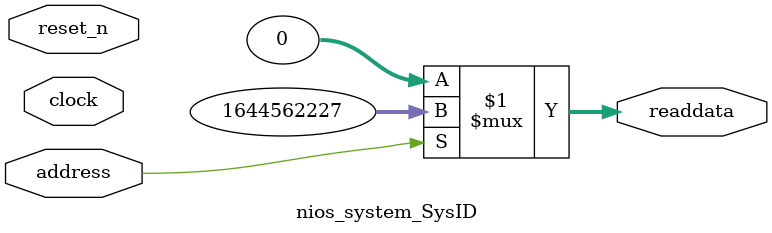
<source format=v>



// synthesis translate_off
`timescale 1ns / 1ps
// synthesis translate_on

// turn off superfluous verilog processor warnings 
// altera message_level Level1 
// altera message_off 10034 10035 10036 10037 10230 10240 10030 

module nios_system_SysID (
               // inputs:
                address,
                clock,
                reset_n,

               // outputs:
                readdata
             )
;

  output  [ 31: 0] readdata;
  input            address;
  input            clock;
  input            reset_n;

  wire    [ 31: 0] readdata;
  //control_slave, which is an e_avalon_slave
  assign readdata = address ? 1644562227 : 0;

endmodule



</source>
